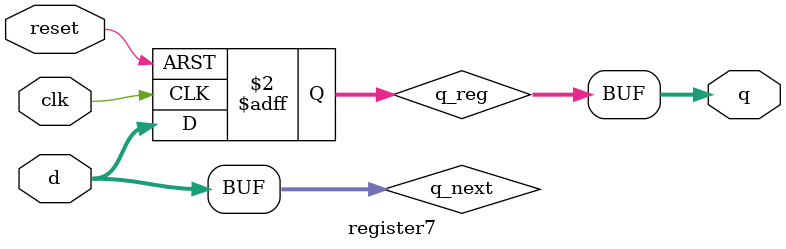
<source format=v>
module register7(input wire clk, input wire reset, input wire [6:0] d, output [6:0] q);
    // signal declaration
    reg [6:0] q_reg;
    wire [6:0] q_next;

    // state register
    always @(posedge clk, posedge reset) begin
        if(reset) q_reg <= 7'b0000_000;
        else q_reg <= q_next;
    end

    // next state logic
    assign q_next = d;

    // output logic
    assign q = q_reg;
endmodule
</source>
